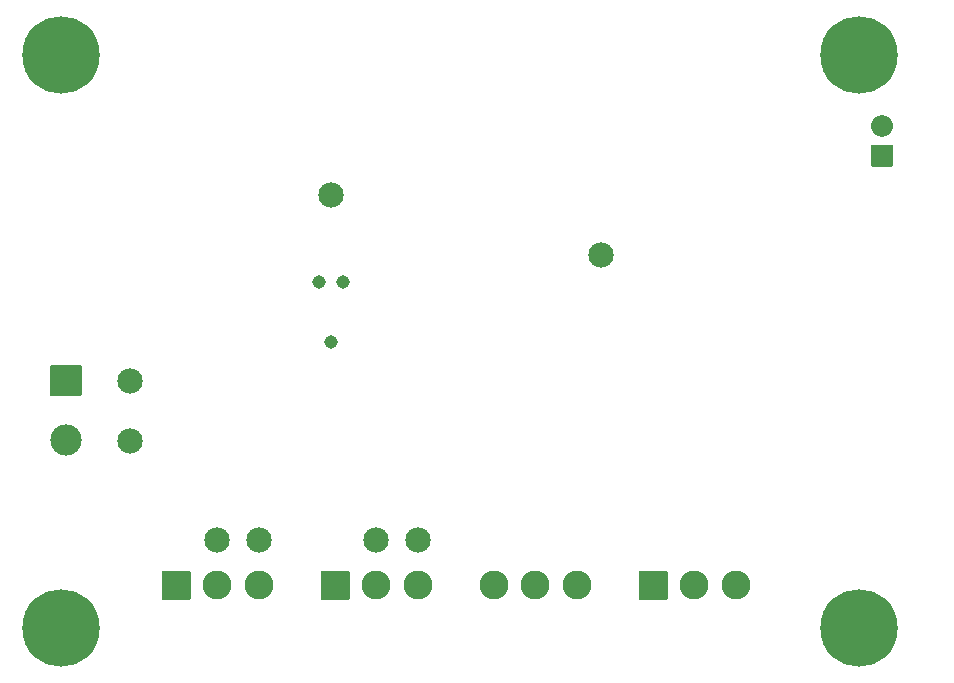
<source format=gbs>
G04 #@! TF.GenerationSoftware,KiCad,Pcbnew,6.0.2+dfsg-1*
G04 #@! TF.CreationDate,2024-06-30T21:27:14-06:00*
G04 #@! TF.ProjectId,ckt-iiab,636b742d-6969-4616-922e-6b696361645f,rev?*
G04 #@! TF.SameCoordinates,Original*
G04 #@! TF.FileFunction,Soldermask,Bot*
G04 #@! TF.FilePolarity,Negative*
%FSLAX46Y46*%
G04 Gerber Fmt 4.6, Leading zero omitted, Abs format (unit mm)*
G04 Created by KiCad (PCBNEW 6.0.2+dfsg-1) date 2024-06-30 21:27:14*
%MOMM*%
%LPD*%
G01*
G04 APERTURE LIST*
%ADD10C,2.452400*%
%ADD11C,6.552400*%
%ADD12O,1.852400X1.852400*%
%ADD13C,1.143000*%
%ADD14C,2.652400*%
%ADD15C,2.152400*%
G04 APERTURE END LIST*
G36*
G01*
X50899800Y-174181988D02*
X50899800Y-171881988D01*
G75*
G02*
X50976000Y-171805788I76200J0D01*
G01*
X53276000Y-171805788D01*
G75*
G02*
X53352200Y-171881988I0J-76200D01*
G01*
X53352200Y-174181988D01*
G75*
G02*
X53276000Y-174258188I-76200J0D01*
G01*
X50976000Y-174258188D01*
G75*
G02*
X50899800Y-174181988I0J76200D01*
G01*
G37*
D10*
X55626000Y-173031988D03*
X59126000Y-173031988D03*
D11*
X109982000Y-176657000D03*
G36*
G01*
X112813200Y-135807004D02*
X112813200Y-137507004D01*
G75*
G02*
X112737000Y-137583204I-76200J0D01*
G01*
X111037000Y-137583204D01*
G75*
G02*
X110960800Y-137507004I0J76200D01*
G01*
X110960800Y-135807004D01*
G75*
G02*
X111037000Y-135730804I76200J0D01*
G01*
X112737000Y-135730804D01*
G75*
G02*
X112813200Y-135807004I0J-76200D01*
G01*
G37*
D12*
X111887000Y-134117004D03*
D11*
X109982000Y-128143000D03*
X42418000Y-176657000D03*
X42418000Y-128143000D03*
D13*
X66294000Y-147320000D03*
X64262000Y-147320000D03*
X65278000Y-152400000D03*
G36*
G01*
X41549000Y-154375800D02*
X44049000Y-154375800D01*
G75*
G02*
X44125200Y-154452000I0J-76200D01*
G01*
X44125200Y-156952000D01*
G75*
G02*
X44049000Y-157028200I-76200J0D01*
G01*
X41549000Y-157028200D01*
G75*
G02*
X41472800Y-156952000I0J76200D01*
G01*
X41472800Y-154452000D01*
G75*
G02*
X41549000Y-154375800I76200J0D01*
G01*
G37*
D14*
X42799000Y-160702000D03*
G36*
G01*
X64361800Y-174181988D02*
X64361800Y-171881988D01*
G75*
G02*
X64438000Y-171805788I76200J0D01*
G01*
X66738000Y-171805788D01*
G75*
G02*
X66814200Y-171881988I0J-76200D01*
G01*
X66814200Y-174181988D01*
G75*
G02*
X66738000Y-174258188I-76200J0D01*
G01*
X64438000Y-174258188D01*
G75*
G02*
X64361800Y-174181988I0J76200D01*
G01*
G37*
D10*
X69088000Y-173031988D03*
X72588000Y-173031988D03*
G36*
G01*
X91285807Y-174181988D02*
X91285807Y-171881988D01*
G75*
G02*
X91362007Y-171805788I76200J0D01*
G01*
X93662007Y-171805788D01*
G75*
G02*
X93738207Y-171881988I0J-76200D01*
G01*
X93738207Y-174181988D01*
G75*
G02*
X93662007Y-174258188I-76200J0D01*
G01*
X91362007Y-174258188D01*
G75*
G02*
X91285807Y-174181988I0J76200D01*
G01*
G37*
X96012007Y-173031988D03*
X99512007Y-173031988D03*
X79050007Y-173031988D03*
X82550007Y-173031988D03*
X86050007Y-173031988D03*
D15*
X69088000Y-169164000D03*
X88138000Y-145034000D03*
X65278000Y-139954000D03*
X72644000Y-169164000D03*
X55626000Y-169164000D03*
X48260000Y-155702000D03*
X48260000Y-160782000D03*
X59182000Y-169164000D03*
M02*

</source>
